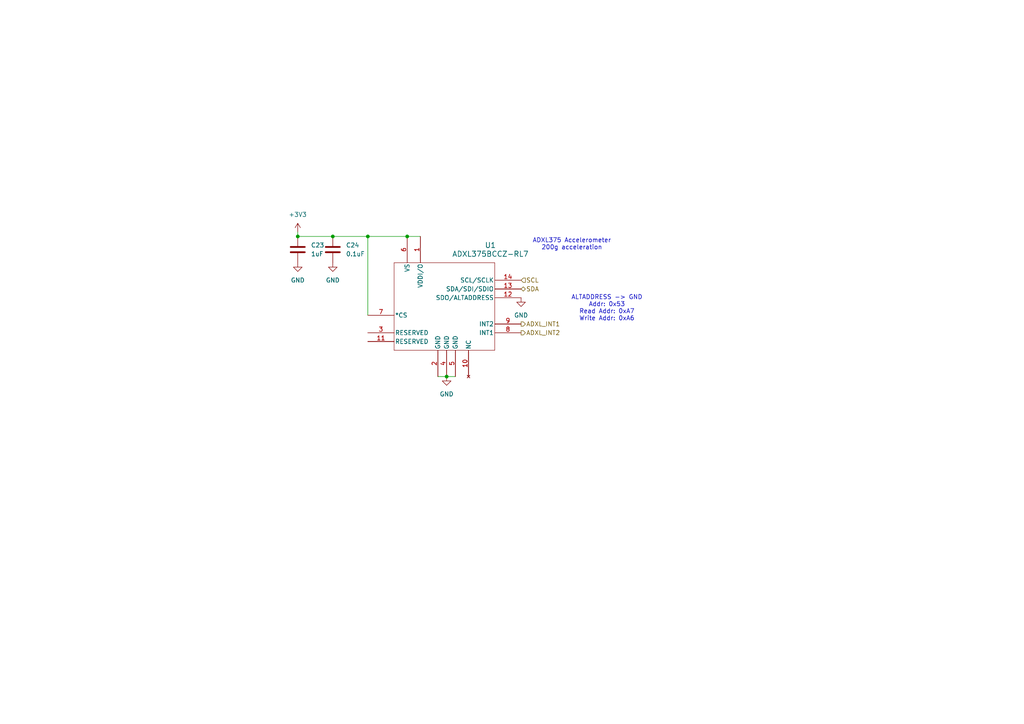
<source format=kicad_sch>
(kicad_sch (version 20231120) (generator "eeschema") (generator_version "8.0")
  (paper "A4")
  (lib_symbols
    (symbol "Device:C" (pin_numbers hide) (pin_names (offset 0.254))
      (property "Reference" "C" (at 0.635 2.54 0))
      (property "Value" "C" (at 0.635 -2.54 0))
      (symbol "C_0_1"
        (polyline (pts (xy -2.032 -0.762) (xy 2.032 -0.762)) (stroke (width 0.508)))
        (polyline (pts (xy -2.032 0.762) (xy 2.032 0.762)) (stroke (width 0.508)))
      )
      (symbol "C_1_1"
        (pin passive line (at 0 3.81 270) (length 2.794) (name "~") (number "1"))
        (pin passive line (at 0 -3.81 90) (length 2.794) (name "~") (number "2"))
      )
    )
    (symbol "Sensor_Motion:ADXL375BCCZ-RL7" (pin_names (offset 0.254))
      (property "Reference" "U" (at 27.178 10.16 0))
      (property "Value" "ADXL375BCCZ-RL7" (at 27.178 7.62 0))
      (symbol "ADXL375BCCZ-RL7_0_1"
        (polyline (pts (xy 7.62 -20.32) (xy 36.83 -20.32)) (stroke (width 0.127)))
        (polyline (pts (xy 7.62 5.08) (xy 7.62 -20.32)) (stroke (width 0.127)))
        (polyline (pts (xy 36.83 -20.32) (xy 36.83 5.08)) (stroke (width 0.127)))
        (polyline (pts (xy 36.83 5.08) (xy 7.62 5.08)) (stroke (width 0.127)))
        (pin power_in line (at 15.24 12.7 270) (length 7.62) (name "VDDI/O") (number "1"))
        (pin no_connect line (at 29.21 -27.94 90) (length 7.62) (name "NC") (number "10"))
        (pin unspecified line (at 0 -17.78 0) (length 7.62) (name "RESERVED") (number "11"))
        (pin unspecified line (at 44.45 -5.08 180) (length 7.62) (name "SDO/ALTADDRESS") (number "12"))
        (pin unspecified line (at 44.45 -2.54 180) (length 7.62) (name "SDA/SDI/SDIO") (number "13"))
        (pin unspecified line (at 44.45 0 180) (length 7.62) (name "SCL/SCLK") (number "14"))
        (pin power_out line (at 20.32 -27.94 90) (length 7.62) (name "GND") (number "2"))
        (pin unspecified line (at 0 -15.24 0) (length 7.62) (name "RESERVED") (number "3"))
        (pin power_out line (at 22.86 -27.94 90) (length 7.62) (name "GND") (number "4"))
        (pin power_out line (at 25.4 -27.94 90) (length 7.62) (name "GND") (number "5"))
        (pin unspecified line (at 11.43 12.7 270) (length 7.62) (name "VS") (number "6"))
        (pin unspecified line (at 0 -10.16 0) (length 7.62) (name "*CS") (number "7"))
        (pin bidirectional line (at 44.45 -15.24 180) (length 7.62) (name "INT1") (number "8"))
        (pin bidirectional line (at 44.45 -12.7 180) (length 7.62) (name "INT2") (number "9"))
      )
    )
    (symbol "power:+3.3V" (power) (pin_numbers hide) (pin_names (offset 0) hide)
      (property "Value" "+3.3V" (at 0 3.556 0))
      (symbol "+3.3V_0_1"
        (polyline (pts (xy -0.762 1.27) (xy 0 2.54)))
        (polyline (pts (xy 0 0) (xy 0 2.54)))
        (polyline (pts (xy 0 2.54) (xy 0.762 1.27)))
      )
      (symbol "+3.3V_1_1"
        (pin power_in line (at 0 0 90) (length 0) (name "~") (number "1"))
      )
    )
    (symbol "power:GND" (power) (pin_numbers hide) (pin_names (offset 0) hide)
      (property "Value" "GND" (at 0 -3.81 0))
      (symbol "GND_0_1"
        (polyline (pts (xy 0 0) (xy 0 -1.27) (xy 1.27 -1.27) (xy 0 -2.54) (xy -1.27 -1.27) (xy 0 -1.27)))
      )
      (symbol "GND_1_1"
        (pin power_in line (at 0 0 270) (length 0) (name "~") (number "1"))
      )
    )
  )
  (junction (at 86.36 68.58))
  (junction (at 129.54 109.22))
  (junction (at 96.52 68.58))
  (junction (at 118.11 68.58))
  (junction (at 106.68 68.58))
  (wire (pts (xy 127 109.22) (xy 129.54 109.22)))
  (wire (pts (xy 86.36 67.31) (xy 86.36 68.58)))
  (wire (pts (xy 106.68 68.58) (xy 118.11 68.58)))
  (wire (pts (xy 129.54 109.22) (xy 132.08 109.22)))
  (wire (pts (xy 106.68 68.58) (xy 106.68 91.44)))
  (wire (pts (xy 118.11 68.58) (xy 121.92 68.58)))
  (wire (pts (xy 96.52 68.58) (xy 106.68 68.58)))
  (wire (pts (xy 86.36 68.58) (xy 96.52 68.58)))
  (text "ADXL375 Accelerometer\n200g acceleration" (at 165.862 70.866 0) (effects (font (size 1.27 1.27))))
  (text "ALTADDRESS -> GND\nAddr: 0x53\nRead Addr: 0xA7\nWrite Addr: 0xA6" (at 176.022 89.408 0) (effects (font (size 1.27 1.27))))
  (hierarchical_label "SCL" (shape input) (at 151.13 81.28 0))
  (hierarchical_label "SDA" (shape bidirectional) (at 151.13 83.82 0))
  (hierarchical_label "ADXL_INT1" (shape output) (at 151.13 93.98 0))
  (hierarchical_label "ADXL_INT2" (shape output) (at 151.13 96.52 0))
  (symbol (lib_id "power:GND") (at 96.52 76.2 0) (unit 1)
    (property "Reference" "#PWR071" (effects (hide yes)))
    (property "Value" "GND" (at 96.52 81.28 0))
    (property "Description" "Power symbol creates a global label with name \"GND\" , ground" (effects (hide yes)))
  )
  (symbol (lib_id "power:GND") (at 151.13 86.36 0) (unit 1)
    (property "Reference" "#PWR074" (effects (hide yes)))
    (property "Value" "GND" (at 151.13 91.44 0))
    (property "Description" "Power symbol creates a global label with name \"GND\" , ground" (effects (hide yes)))
  )
  (symbol (lib_id "power:+3.3V") (at 86.36 67.31 0) (unit 1)
    (property "Reference" "#PWR072" (effects (hide yes)))
    (property "Value" "+3V3" (at 86.36 62.23 0))
    (property "Description" "Power symbol creates a global label with name \"+3.3V\"" (effects (hide yes)))
  )
  (symbol (lib_id "power:GND") (at 86.36 76.2 0) (unit 1)
    (property "Reference" "#PWR073" (effects (hide yes)))
    (property "Value" "GND" (at 86.36 81.28 0))
    (property "Description" "Power symbol creates a global label with name \"GND\" , ground" (effects (hide yes)))
  )
  (symbol (lib_id "Device:C") (at 86.36 72.39 0) (unit 1)
    (property "Reference" "C23" (at 90.17 71.1199 0) (effects (justify left)))
    (property "Value" "1uF" (at 90.17 73.6599 0) (effects (justify left)))
    (property "Footprint" "Capacitor_SMD:C_0603_1608Metric" (effects (hide yes)))
    (property "Description" "Unpolarized capacitor" (effects (hide yes)))
  )
  (symbol (lib_id "Device:C") (at 96.52 72.39 0) (unit 1)
    (property "Reference" "C24" (at 100.33 71.1199 0) (effects (justify left)))
    (property "Value" "0.1uF" (at 100.33 73.6599 0) (effects (justify left)))
    (property "Footprint" "Capacitor_SMD:C_0603_1608Metric" (effects (hide yes)))
    (property "Description" "Unpolarized capacitor" (effects (hide yes)))
  )
  (symbol (lib_id "Sensor_Motion:ADXL375BCCZ-RL7") (at 106.68 81.28 0) (unit 1)
    (property "Reference" "U1" (at 142.24 71.12 0) (effects (font (size 1.524 1.524))))
    (property "Value" "ADXL375BCCZ-RL7" (at 142.24 73.66 0) (effects (font (size 1.524 1.524))))
    (property "Footprint" "Sensor_Motion:LGA_CC-14-1_ADI" (effects (hide yes)))
    (property "Datasheet" "ADXL375BCCZ-RL7" (effects (hide yes)))
  )
  (symbol (lib_id "power:GND") (at 129.54 109.22 0) (unit 1)
    (property "Reference" "#PWR070" (effects (hide yes)))
    (property "Value" "GND" (at 129.54 114.3 0))
    (property "Description" "Power symbol creates a global label with name \"GND\" , ground" (effects (hide yes)))
  )
)
</source>
